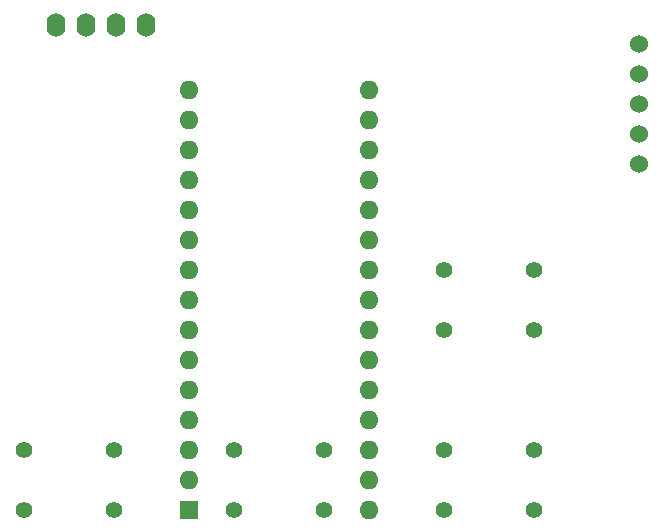
<source format=gbr>
%TF.GenerationSoftware,KiCad,Pcbnew,7.0.9*%
%TF.CreationDate,2023-12-01T18:07:20+01:00*%
%TF.ProjectId,MusicControllerPCB,4d757369-6343-46f6-9e74-726f6c6c6572,rev?*%
%TF.SameCoordinates,Original*%
%TF.FileFunction,Soldermask,Top*%
%TF.FilePolarity,Negative*%
%FSLAX46Y46*%
G04 Gerber Fmt 4.6, Leading zero omitted, Abs format (unit mm)*
G04 Created by KiCad (PCBNEW 7.0.9) date 2023-12-01 18:07:20*
%MOMM*%
%LPD*%
G01*
G04 APERTURE LIST*
%ADD10O,1.600000X2.000000*%
%ADD11C,1.397000*%
%ADD12C,1.524000*%
%ADD13R,1.600000X1.600000*%
%ADD14O,1.600000X1.600000*%
G04 APERTURE END LIST*
D10*
%TO.C,Brd1*%
X62420000Y-63060000D03*
X64960000Y-63060000D03*
X67500000Y-63060000D03*
X70040000Y-63060000D03*
%TD*%
D11*
%TO.C,SW3*%
X95250000Y-99060000D03*
X102870000Y-99060000D03*
X95250000Y-104140000D03*
X102870000Y-104140000D03*
%TD*%
%TO.C,SW1*%
X59690000Y-99060000D03*
X67310000Y-99060000D03*
X59690000Y-104140000D03*
X67310000Y-104140000D03*
%TD*%
%TO.C,SW2*%
X77470000Y-99060000D03*
X85090000Y-99060000D03*
X77470000Y-104140000D03*
X85090000Y-104140000D03*
%TD*%
%TO.C,SW4*%
X95250000Y-83820000D03*
X102870000Y-83820000D03*
X95250000Y-88900000D03*
X102870000Y-88900000D03*
%TD*%
D12*
%TO.C,RotaryEncoder1*%
X111760000Y-64660000D03*
X111760000Y-67200000D03*
X111760000Y-69740000D03*
X111760000Y-72280000D03*
X111760000Y-74820000D03*
%TD*%
D13*
%TO.C,A1*%
X73660000Y-104140000D03*
D14*
X73660000Y-101600000D03*
X73660000Y-99060000D03*
X73660000Y-96520000D03*
X73660000Y-93980000D03*
X73660000Y-91440000D03*
X73660000Y-88900000D03*
X73660000Y-86360000D03*
X73660000Y-83820000D03*
X73660000Y-81280000D03*
X73660000Y-78740000D03*
X73660000Y-76200000D03*
X73660000Y-73660000D03*
X73660000Y-71120000D03*
X73660000Y-68580000D03*
X88900000Y-68580000D03*
X88900000Y-71120000D03*
X88900000Y-73660000D03*
X88900000Y-76200000D03*
X88900000Y-78740000D03*
X88900000Y-81280000D03*
X88900000Y-83820000D03*
X88900000Y-86360000D03*
X88900000Y-88900000D03*
X88900000Y-91440000D03*
X88900000Y-93980000D03*
X88900000Y-96520000D03*
X88900000Y-99060000D03*
X88900000Y-101600000D03*
X88900000Y-104140000D03*
%TD*%
M02*

</source>
